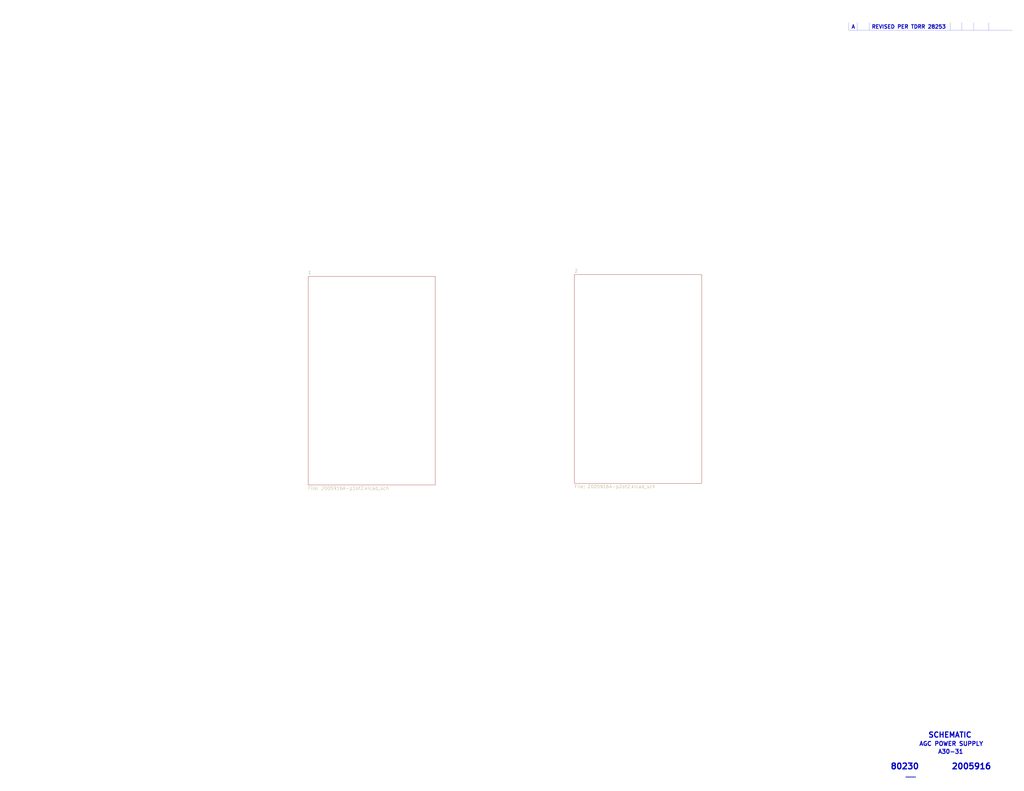
<source format=kicad_sch>
(kicad_sch (version 20211123) (generator eeschema)
  (paper "E")
  (lib_symbols)
  (polyline (pts (xy 1104.9 33.02) (xy 926.1094 33.02)) (stroke (width 0.1524) (type solid)))
  (polyline (pts (xy 926.1094 33.02) (xy 926.1094 24.765)) (stroke (width 0.1524) (type solid)))
  (polyline (pts (xy 948.69 33.02) (xy 948.69 24.7396)) (stroke (width 0.1524) (type solid)))
  (polyline (pts (xy 1078.992 33.02) (xy 1078.992 24.7396)) (stroke (width 0.1524) (type solid)))
  (polyline (pts (xy 1062.5074 33.02) (xy 1062.5074 24.7396)) (stroke (width 0.1524) (type solid)))
  (polyline (pts (xy 1049.8074 33.02) (xy 1049.8074 24.7396)) (stroke (width 0.1524) (type solid)))
  (polyline (pts (xy 935.7106 33.02) (xy 935.7106 24.765)) (stroke (width 0.1524) (type solid)))
  (polyline (pts (xy 1037.1074 32.9946) (xy 1037.1074 24.7142)) (stroke (width 0.1524) (type solid)))
  (text "____" (at 988.06 848.995 0) (effects (font (size 3.556 3.556) (thickness 0.7112) bold) (justify left bottom)))
  (text "2005916" (at 1038.225 840.74 0) (effects (font (size 6.35 6.35) (thickness 1.27) bold) (justify left bottom)))
  (text "SCHEMATIC" (at 1012.7742 806.069 0) (effects (font (size 5.715 5.715) (thickness 1.143) bold) (justify left bottom)))
  (text "A      REVISED PER TDRR 28253" (at 929.005 31.75 0) (effects (font (size 4.064 4.064) (thickness 0.8128) bold) (justify left bottom)))
  (text "A30-31" (at 1023.4422 823.6712 0) (effects (font (size 4.572 4.572) (thickness 0.9144) bold) (justify left bottom)))
  (text "AGC POWER SUPPLY" (at 1002.9698 815.0606 0) (effects (font (size 4.572 4.572) (thickness 0.9144) bold) (justify left bottom)))
  (text "80230" (at 971.55 840.74 0) (effects (font (size 6.35 6.35) (thickness 1.27) bold) (justify left bottom)))
  (sheet (at 336.2452 301.8028) (size 138.7856 227.8888)
    (property "Sheet name" "1" (at 336.2452 299.9482 0) (effects (font (size 3.556 3.556)) (justify left bottom)))
    (property "Sheet file" "2005916A-p1of2.kicad_sch" (at 336.2452 531.1906 0) (effects (font (size 3.556 3.556)) (justify left top)))
  )
  (sheet (at 626.9736 299.9232) (size 138.7856 227.8888)
    (property "Sheet name" "2" (at 626.9736 298.0686 0) (effects (font (size 3.556 3.556)) (justify left bottom)))
    (property "Sheet file" "2005916A-p2of2.kicad_sch" (at 626.9736 529.311 0) (effects (font (size 3.556 3.556)) (justify left top)))
  )
)
</source>
